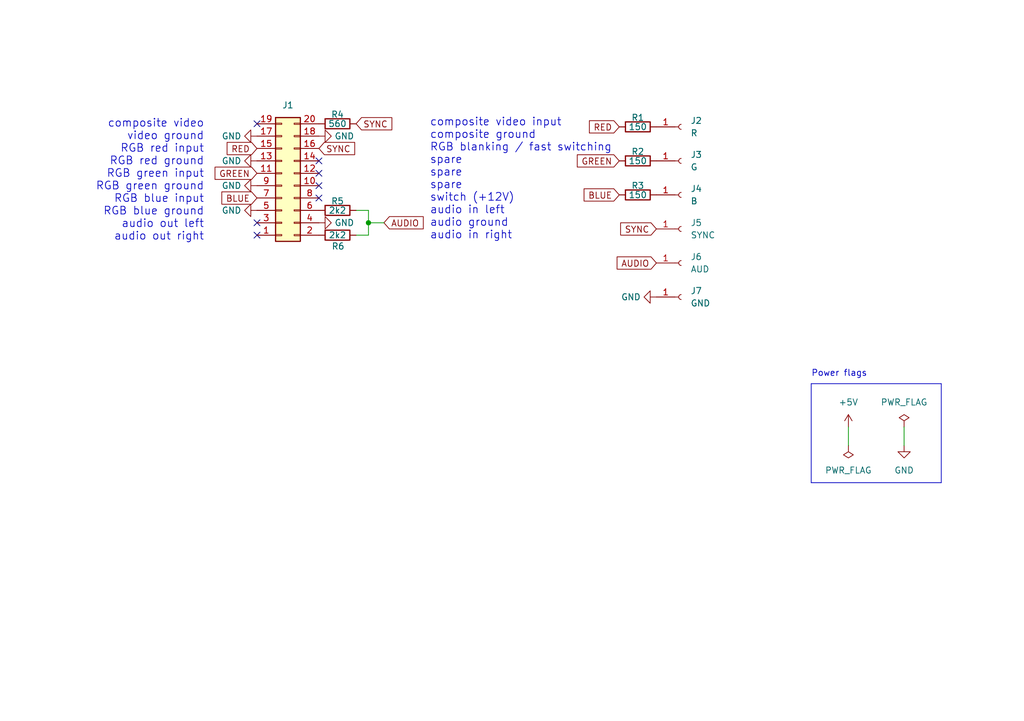
<source format=kicad_sch>
(kicad_sch
	(version 20250114)
	(generator "eeschema")
	(generator_version "9.0")
	(uuid "7e18369d-2912-4c95-9187-3289e1f320ce")
	(paper "A5")
	(title_block
		(title "P2000T Scart PCB")
		(date "2024-02-23")
		(rev "0")
	)
	(lib_symbols
		(symbol "Connector:Conn_01x01_Socket"
			(pin_names
				(offset 1.016)
				(hide yes)
			)
			(exclude_from_sim no)
			(in_bom yes)
			(on_board yes)
			(property "Reference" "J"
				(at 0 2.54 0)
				(effects
					(font
						(size 1.27 1.27)
					)
				)
			)
			(property "Value" "Conn_01x01_Socket"
				(at 0 -2.54 0)
				(effects
					(font
						(size 1.27 1.27)
					)
				)
			)
			(property "Footprint" ""
				(at 0 0 0)
				(effects
					(font
						(size 1.27 1.27)
					)
					(hide yes)
				)
			)
			(property "Datasheet" "~"
				(at 0 0 0)
				(effects
					(font
						(size 1.27 1.27)
					)
					(hide yes)
				)
			)
			(property "Description" "Generic connector, single row, 01x01, script generated"
				(at 0 0 0)
				(effects
					(font
						(size 1.27 1.27)
					)
					(hide yes)
				)
			)
			(property "ki_locked" ""
				(at 0 0 0)
				(effects
					(font
						(size 1.27 1.27)
					)
				)
			)
			(property "ki_keywords" "connector"
				(at 0 0 0)
				(effects
					(font
						(size 1.27 1.27)
					)
					(hide yes)
				)
			)
			(property "ki_fp_filters" "Connector*:*_1x??_*"
				(at 0 0 0)
				(effects
					(font
						(size 1.27 1.27)
					)
					(hide yes)
				)
			)
			(symbol "Conn_01x01_Socket_1_1"
				(polyline
					(pts
						(xy -1.27 0) (xy -0.508 0)
					)
					(stroke
						(width 0.1524)
						(type default)
					)
					(fill
						(type none)
					)
				)
				(arc
					(start 0 -0.508)
					(mid -0.5058 0)
					(end 0 0.508)
					(stroke
						(width 0.1524)
						(type default)
					)
					(fill
						(type none)
					)
				)
				(pin passive line
					(at -5.08 0 0)
					(length 3.81)
					(name "Pin_1"
						(effects
							(font
								(size 1.27 1.27)
							)
						)
					)
					(number "1"
						(effects
							(font
								(size 1.27 1.27)
							)
						)
					)
				)
			)
			(embedded_fonts no)
		)
		(symbol "Connector_Generic:Conn_02x10_Odd_Even"
			(pin_names
				(offset 1.016)
				(hide yes)
			)
			(exclude_from_sim no)
			(in_bom yes)
			(on_board yes)
			(property "Reference" "J"
				(at 1.27 12.7 0)
				(effects
					(font
						(size 1.27 1.27)
					)
				)
			)
			(property "Value" "Conn_02x10_Odd_Even"
				(at 1.27 -15.24 0)
				(effects
					(font
						(size 1.27 1.27)
					)
				)
			)
			(property "Footprint" ""
				(at 0 0 0)
				(effects
					(font
						(size 1.27 1.27)
					)
					(hide yes)
				)
			)
			(property "Datasheet" "~"
				(at 0 0 0)
				(effects
					(font
						(size 1.27 1.27)
					)
					(hide yes)
				)
			)
			(property "Description" "Generic connector, double row, 02x10, odd/even pin numbering scheme (row 1 odd numbers, row 2 even numbers), script generated (kicad-library-utils/schlib/autogen/connector/)"
				(at 0 0 0)
				(effects
					(font
						(size 1.27 1.27)
					)
					(hide yes)
				)
			)
			(property "ki_keywords" "connector"
				(at 0 0 0)
				(effects
					(font
						(size 1.27 1.27)
					)
					(hide yes)
				)
			)
			(property "ki_fp_filters" "Connector*:*_2x??_*"
				(at 0 0 0)
				(effects
					(font
						(size 1.27 1.27)
					)
					(hide yes)
				)
			)
			(symbol "Conn_02x10_Odd_Even_1_1"
				(rectangle
					(start -1.27 11.43)
					(end 3.81 -13.97)
					(stroke
						(width 0.254)
						(type default)
					)
					(fill
						(type background)
					)
				)
				(rectangle
					(start -1.27 10.287)
					(end 0 10.033)
					(stroke
						(width 0.1524)
						(type default)
					)
					(fill
						(type none)
					)
				)
				(rectangle
					(start -1.27 7.747)
					(end 0 7.493)
					(stroke
						(width 0.1524)
						(type default)
					)
					(fill
						(type none)
					)
				)
				(rectangle
					(start -1.27 5.207)
					(end 0 4.953)
					(stroke
						(width 0.1524)
						(type default)
					)
					(fill
						(type none)
					)
				)
				(rectangle
					(start -1.27 2.667)
					(end 0 2.413)
					(stroke
						(width 0.1524)
						(type default)
					)
					(fill
						(type none)
					)
				)
				(rectangle
					(start -1.27 0.127)
					(end 0 -0.127)
					(stroke
						(width 0.1524)
						(type default)
					)
					(fill
						(type none)
					)
				)
				(rectangle
					(start -1.27 -2.413)
					(end 0 -2.667)
					(stroke
						(width 0.1524)
						(type default)
					)
					(fill
						(type none)
					)
				)
				(rectangle
					(start -1.27 -4.953)
					(end 0 -5.207)
					(stroke
						(width 0.1524)
						(type default)
					)
					(fill
						(type none)
					)
				)
				(rectangle
					(start -1.27 -7.493)
					(end 0 -7.747)
					(stroke
						(width 0.1524)
						(type default)
					)
					(fill
						(type none)
					)
				)
				(rectangle
					(start -1.27 -10.033)
					(end 0 -10.287)
					(stroke
						(width 0.1524)
						(type default)
					)
					(fill
						(type none)
					)
				)
				(rectangle
					(start -1.27 -12.573)
					(end 0 -12.827)
					(stroke
						(width 0.1524)
						(type default)
					)
					(fill
						(type none)
					)
				)
				(rectangle
					(start 3.81 10.287)
					(end 2.54 10.033)
					(stroke
						(width 0.1524)
						(type default)
					)
					(fill
						(type none)
					)
				)
				(rectangle
					(start 3.81 7.747)
					(end 2.54 7.493)
					(stroke
						(width 0.1524)
						(type default)
					)
					(fill
						(type none)
					)
				)
				(rectangle
					(start 3.81 5.207)
					(end 2.54 4.953)
					(stroke
						(width 0.1524)
						(type default)
					)
					(fill
						(type none)
					)
				)
				(rectangle
					(start 3.81 2.667)
					(end 2.54 2.413)
					(stroke
						(width 0.1524)
						(type default)
					)
					(fill
						(type none)
					)
				)
				(rectangle
					(start 3.81 0.127)
					(end 2.54 -0.127)
					(stroke
						(width 0.1524)
						(type default)
					)
					(fill
						(type none)
					)
				)
				(rectangle
					(start 3.81 -2.413)
					(end 2.54 -2.667)
					(stroke
						(width 0.1524)
						(type default)
					)
					(fill
						(type none)
					)
				)
				(rectangle
					(start 3.81 -4.953)
					(end 2.54 -5.207)
					(stroke
						(width 0.1524)
						(type default)
					)
					(fill
						(type none)
					)
				)
				(rectangle
					(start 3.81 -7.493)
					(end 2.54 -7.747)
					(stroke
						(width 0.1524)
						(type default)
					)
					(fill
						(type none)
					)
				)
				(rectangle
					(start 3.81 -10.033)
					(end 2.54 -10.287)
					(stroke
						(width 0.1524)
						(type default)
					)
					(fill
						(type none)
					)
				)
				(rectangle
					(start 3.81 -12.573)
					(end 2.54 -12.827)
					(stroke
						(width 0.1524)
						(type default)
					)
					(fill
						(type none)
					)
				)
				(pin passive line
					(at -5.08 10.16 0)
					(length 3.81)
					(name "Pin_1"
						(effects
							(font
								(size 1.27 1.27)
							)
						)
					)
					(number "1"
						(effects
							(font
								(size 1.27 1.27)
							)
						)
					)
				)
				(pin passive line
					(at -5.08 7.62 0)
					(length 3.81)
					(name "Pin_3"
						(effects
							(font
								(size 1.27 1.27)
							)
						)
					)
					(number "3"
						(effects
							(font
								(size 1.27 1.27)
							)
						)
					)
				)
				(pin passive line
					(at -5.08 5.08 0)
					(length 3.81)
					(name "Pin_5"
						(effects
							(font
								(size 1.27 1.27)
							)
						)
					)
					(number "5"
						(effects
							(font
								(size 1.27 1.27)
							)
						)
					)
				)
				(pin passive line
					(at -5.08 2.54 0)
					(length 3.81)
					(name "Pin_7"
						(effects
							(font
								(size 1.27 1.27)
							)
						)
					)
					(number "7"
						(effects
							(font
								(size 1.27 1.27)
							)
						)
					)
				)
				(pin passive line
					(at -5.08 0 0)
					(length 3.81)
					(name "Pin_9"
						(effects
							(font
								(size 1.27 1.27)
							)
						)
					)
					(number "9"
						(effects
							(font
								(size 1.27 1.27)
							)
						)
					)
				)
				(pin passive line
					(at -5.08 -2.54 0)
					(length 3.81)
					(name "Pin_11"
						(effects
							(font
								(size 1.27 1.27)
							)
						)
					)
					(number "11"
						(effects
							(font
								(size 1.27 1.27)
							)
						)
					)
				)
				(pin passive line
					(at -5.08 -5.08 0)
					(length 3.81)
					(name "Pin_13"
						(effects
							(font
								(size 1.27 1.27)
							)
						)
					)
					(number "13"
						(effects
							(font
								(size 1.27 1.27)
							)
						)
					)
				)
				(pin passive line
					(at -5.08 -7.62 0)
					(length 3.81)
					(name "Pin_15"
						(effects
							(font
								(size 1.27 1.27)
							)
						)
					)
					(number "15"
						(effects
							(font
								(size 1.27 1.27)
							)
						)
					)
				)
				(pin passive line
					(at -5.08 -10.16 0)
					(length 3.81)
					(name "Pin_17"
						(effects
							(font
								(size 1.27 1.27)
							)
						)
					)
					(number "17"
						(effects
							(font
								(size 1.27 1.27)
							)
						)
					)
				)
				(pin passive line
					(at -5.08 -12.7 0)
					(length 3.81)
					(name "Pin_19"
						(effects
							(font
								(size 1.27 1.27)
							)
						)
					)
					(number "19"
						(effects
							(font
								(size 1.27 1.27)
							)
						)
					)
				)
				(pin passive line
					(at 7.62 10.16 180)
					(length 3.81)
					(name "Pin_2"
						(effects
							(font
								(size 1.27 1.27)
							)
						)
					)
					(number "2"
						(effects
							(font
								(size 1.27 1.27)
							)
						)
					)
				)
				(pin passive line
					(at 7.62 7.62 180)
					(length 3.81)
					(name "Pin_4"
						(effects
							(font
								(size 1.27 1.27)
							)
						)
					)
					(number "4"
						(effects
							(font
								(size 1.27 1.27)
							)
						)
					)
				)
				(pin passive line
					(at 7.62 5.08 180)
					(length 3.81)
					(name "Pin_6"
						(effects
							(font
								(size 1.27 1.27)
							)
						)
					)
					(number "6"
						(effects
							(font
								(size 1.27 1.27)
							)
						)
					)
				)
				(pin passive line
					(at 7.62 2.54 180)
					(length 3.81)
					(name "Pin_8"
						(effects
							(font
								(size 1.27 1.27)
							)
						)
					)
					(number "8"
						(effects
							(font
								(size 1.27 1.27)
							)
						)
					)
				)
				(pin passive line
					(at 7.62 0 180)
					(length 3.81)
					(name "Pin_10"
						(effects
							(font
								(size 1.27 1.27)
							)
						)
					)
					(number "10"
						(effects
							(font
								(size 1.27 1.27)
							)
						)
					)
				)
				(pin passive line
					(at 7.62 -2.54 180)
					(length 3.81)
					(name "Pin_12"
						(effects
							(font
								(size 1.27 1.27)
							)
						)
					)
					(number "12"
						(effects
							(font
								(size 1.27 1.27)
							)
						)
					)
				)
				(pin passive line
					(at 7.62 -5.08 180)
					(length 3.81)
					(name "Pin_14"
						(effects
							(font
								(size 1.27 1.27)
							)
						)
					)
					(number "14"
						(effects
							(font
								(size 1.27 1.27)
							)
						)
					)
				)
				(pin passive line
					(at 7.62 -7.62 180)
					(length 3.81)
					(name "Pin_16"
						(effects
							(font
								(size 1.27 1.27)
							)
						)
					)
					(number "16"
						(effects
							(font
								(size 1.27 1.27)
							)
						)
					)
				)
				(pin passive line
					(at 7.62 -10.16 180)
					(length 3.81)
					(name "Pin_18"
						(effects
							(font
								(size 1.27 1.27)
							)
						)
					)
					(number "18"
						(effects
							(font
								(size 1.27 1.27)
							)
						)
					)
				)
				(pin passive line
					(at 7.62 -12.7 180)
					(length 3.81)
					(name "Pin_20"
						(effects
							(font
								(size 1.27 1.27)
							)
						)
					)
					(number "20"
						(effects
							(font
								(size 1.27 1.27)
							)
						)
					)
				)
			)
			(embedded_fonts no)
		)
		(symbol "Device:R"
			(pin_numbers
				(hide yes)
			)
			(pin_names
				(offset 0)
			)
			(exclude_from_sim no)
			(in_bom yes)
			(on_board yes)
			(property "Reference" "R"
				(at 2.032 0 90)
				(effects
					(font
						(size 1.27 1.27)
					)
				)
			)
			(property "Value" "R"
				(at 0 0 90)
				(effects
					(font
						(size 1.27 1.27)
					)
				)
			)
			(property "Footprint" ""
				(at -1.778 0 90)
				(effects
					(font
						(size 1.27 1.27)
					)
					(hide yes)
				)
			)
			(property "Datasheet" "~"
				(at 0 0 0)
				(effects
					(font
						(size 1.27 1.27)
					)
					(hide yes)
				)
			)
			(property "Description" "Resistor"
				(at 0 0 0)
				(effects
					(font
						(size 1.27 1.27)
					)
					(hide yes)
				)
			)
			(property "ki_keywords" "R res resistor"
				(at 0 0 0)
				(effects
					(font
						(size 1.27 1.27)
					)
					(hide yes)
				)
			)
			(property "ki_fp_filters" "R_*"
				(at 0 0 0)
				(effects
					(font
						(size 1.27 1.27)
					)
					(hide yes)
				)
			)
			(symbol "R_0_1"
				(rectangle
					(start -1.016 -2.54)
					(end 1.016 2.54)
					(stroke
						(width 0.254)
						(type default)
					)
					(fill
						(type none)
					)
				)
			)
			(symbol "R_1_1"
				(pin passive line
					(at 0 3.81 270)
					(length 1.27)
					(name "~"
						(effects
							(font
								(size 1.27 1.27)
							)
						)
					)
					(number "1"
						(effects
							(font
								(size 1.27 1.27)
							)
						)
					)
				)
				(pin passive line
					(at 0 -3.81 90)
					(length 1.27)
					(name "~"
						(effects
							(font
								(size 1.27 1.27)
							)
						)
					)
					(number "2"
						(effects
							(font
								(size 1.27 1.27)
							)
						)
					)
				)
			)
			(embedded_fonts no)
		)
		(symbol "power:+5V"
			(power)
			(pin_names
				(offset 0)
			)
			(exclude_from_sim no)
			(in_bom yes)
			(on_board yes)
			(property "Reference" "#PWR"
				(at 0 -3.81 0)
				(effects
					(font
						(size 1.27 1.27)
					)
					(hide yes)
				)
			)
			(property "Value" "+5V"
				(at 0 3.556 0)
				(effects
					(font
						(size 1.27 1.27)
					)
				)
			)
			(property "Footprint" ""
				(at 0 0 0)
				(effects
					(font
						(size 1.27 1.27)
					)
					(hide yes)
				)
			)
			(property "Datasheet" ""
				(at 0 0 0)
				(effects
					(font
						(size 1.27 1.27)
					)
					(hide yes)
				)
			)
			(property "Description" "Power symbol creates a global label with name \"+5V\""
				(at 0 0 0)
				(effects
					(font
						(size 1.27 1.27)
					)
					(hide yes)
				)
			)
			(property "ki_keywords" "global power"
				(at 0 0 0)
				(effects
					(font
						(size 1.27 1.27)
					)
					(hide yes)
				)
			)
			(symbol "+5V_0_1"
				(polyline
					(pts
						(xy -0.762 1.27) (xy 0 2.54)
					)
					(stroke
						(width 0)
						(type default)
					)
					(fill
						(type none)
					)
				)
				(polyline
					(pts
						(xy 0 2.54) (xy 0.762 1.27)
					)
					(stroke
						(width 0)
						(type default)
					)
					(fill
						(type none)
					)
				)
				(polyline
					(pts
						(xy 0 0) (xy 0 2.54)
					)
					(stroke
						(width 0)
						(type default)
					)
					(fill
						(type none)
					)
				)
			)
			(symbol "+5V_1_1"
				(pin power_in line
					(at 0 0 90)
					(length 0)
					(hide yes)
					(name "+5V"
						(effects
							(font
								(size 1.27 1.27)
							)
						)
					)
					(number "1"
						(effects
							(font
								(size 1.27 1.27)
							)
						)
					)
				)
			)
			(embedded_fonts no)
		)
		(symbol "power:GND"
			(power)
			(pin_names
				(offset 0)
			)
			(exclude_from_sim no)
			(in_bom yes)
			(on_board yes)
			(property "Reference" "#PWR"
				(at 0 -6.35 0)
				(effects
					(font
						(size 1.27 1.27)
					)
					(hide yes)
				)
			)
			(property "Value" "GND"
				(at 0 -3.81 0)
				(effects
					(font
						(size 1.27 1.27)
					)
				)
			)
			(property "Footprint" ""
				(at 0 0 0)
				(effects
					(font
						(size 1.27 1.27)
					)
					(hide yes)
				)
			)
			(property "Datasheet" ""
				(at 0 0 0)
				(effects
					(font
						(size 1.27 1.27)
					)
					(hide yes)
				)
			)
			(property "Description" "Power symbol creates a global label with name \"GND\" , ground"
				(at 0 0 0)
				(effects
					(font
						(size 1.27 1.27)
					)
					(hide yes)
				)
			)
			(property "ki_keywords" "global power"
				(at 0 0 0)
				(effects
					(font
						(size 1.27 1.27)
					)
					(hide yes)
				)
			)
			(symbol "GND_0_1"
				(polyline
					(pts
						(xy 0 0) (xy 0 -1.27) (xy 1.27 -1.27) (xy 0 -2.54) (xy -1.27 -1.27) (xy 0 -1.27)
					)
					(stroke
						(width 0)
						(type default)
					)
					(fill
						(type none)
					)
				)
			)
			(symbol "GND_1_1"
				(pin power_in line
					(at 0 0 270)
					(length 0)
					(hide yes)
					(name "GND"
						(effects
							(font
								(size 1.27 1.27)
							)
						)
					)
					(number "1"
						(effects
							(font
								(size 1.27 1.27)
							)
						)
					)
				)
			)
			(embedded_fonts no)
		)
		(symbol "power:PWR_FLAG"
			(power)
			(pin_numbers
				(hide yes)
			)
			(pin_names
				(offset 0)
				(hide yes)
			)
			(exclude_from_sim no)
			(in_bom yes)
			(on_board yes)
			(property "Reference" "#FLG"
				(at 0 1.905 0)
				(effects
					(font
						(size 1.27 1.27)
					)
					(hide yes)
				)
			)
			(property "Value" "PWR_FLAG"
				(at 0 3.81 0)
				(effects
					(font
						(size 1.27 1.27)
					)
				)
			)
			(property "Footprint" ""
				(at 0 0 0)
				(effects
					(font
						(size 1.27 1.27)
					)
					(hide yes)
				)
			)
			(property "Datasheet" "~"
				(at 0 0 0)
				(effects
					(font
						(size 1.27 1.27)
					)
					(hide yes)
				)
			)
			(property "Description" "Special symbol for telling ERC where power comes from"
				(at 0 0 0)
				(effects
					(font
						(size 1.27 1.27)
					)
					(hide yes)
				)
			)
			(property "ki_keywords" "flag power"
				(at 0 0 0)
				(effects
					(font
						(size 1.27 1.27)
					)
					(hide yes)
				)
			)
			(symbol "PWR_FLAG_0_0"
				(pin power_out line
					(at 0 0 90)
					(length 0)
					(name "pwr"
						(effects
							(font
								(size 1.27 1.27)
							)
						)
					)
					(number "1"
						(effects
							(font
								(size 1.27 1.27)
							)
						)
					)
				)
			)
			(symbol "PWR_FLAG_0_1"
				(polyline
					(pts
						(xy 0 0) (xy 0 1.27) (xy -1.016 1.905) (xy 0 2.54) (xy 1.016 1.905) (xy 0 1.27)
					)
					(stroke
						(width 0)
						(type default)
					)
					(fill
						(type none)
					)
				)
			)
			(embedded_fonts no)
		)
	)
	(text "Power flags"
		(exclude_from_sim no)
		(at 166.37 77.47 0)
		(effects
			(font
				(size 1.27 1.27)
			)
			(justify left bottom)
		)
		(uuid "26626785-93da-490e-aefe-f3dca7139baa")
	)
	(text "composite video input\ncomposite ground\nRGB blanking / fast switching\nspare\nspare\nspare\nswitch (+12V)\naudio in left\naudio ground\naudio in right"
		(exclude_from_sim no)
		(at 88.138 49.276 0)
		(effects
			(font
				(size 1.6 1.6)
			)
			(justify left bottom)
		)
		(uuid "55c7bdc4-3710-442c-949b-8828a8c5275c")
	)
	(text "composite video\nvideo ground\nRGB red input\nRGB red ground\nRGB green input\nRGB green ground\nRGB blue input\nRGB blue ground\naudio out left\naudio out right"
		(exclude_from_sim no)
		(at 41.91 49.53 0)
		(effects
			(font
				(size 1.6 1.6)
			)
			(justify right bottom)
		)
		(uuid "eb53a274-5592-4112-842d-12a7618ad9f7")
	)
	(junction
		(at 75.565 45.72)
		(diameter 0)
		(color 0 0 0 0)
		(uuid "1ee3c530-0b72-4a28-9acb-ff8e6a56a5ca")
	)
	(no_connect
		(at 65.405 38.1)
		(uuid "0818a2d5-1ee7-4925-93dc-1f6cf29382ed")
	)
	(no_connect
		(at 65.405 35.56)
		(uuid "0818a2d5-1ee7-4925-93dc-1f6cf29382ee")
	)
	(no_connect
		(at 65.405 33.02)
		(uuid "0818a2d5-1ee7-4925-93dc-1f6cf29382ef")
	)
	(no_connect
		(at 52.705 48.26)
		(uuid "0818a2d5-1ee7-4925-93dc-1f6cf29382f0")
	)
	(no_connect
		(at 52.705 45.72)
		(uuid "0818a2d5-1ee7-4925-93dc-1f6cf29382f2")
	)
	(no_connect
		(at 52.705 25.4)
		(uuid "0818a2d5-1ee7-4925-93dc-1f6cf29382f6")
	)
	(no_connect
		(at 65.405 40.64)
		(uuid "48299286-7f20-47a8-9156-005f90db287f")
	)
	(polyline
		(pts
			(xy 166.37 99.06) (xy 193.04 99.06)
		)
		(stroke
			(width 0)
			(type default)
		)
		(uuid "0e5df0ac-db10-45f0-b921-fb472fb0bdde")
	)
	(wire
		(pts
			(xy 185.42 91.44) (xy 185.42 87.63)
		)
		(stroke
			(width 0)
			(type default)
		)
		(uuid "27f0f803-15cb-4b67-bacd-81db82863ee1")
	)
	(polyline
		(pts
			(xy 193.04 78.74) (xy 166.37 78.74)
		)
		(stroke
			(width 0)
			(type default)
		)
		(uuid "6a2e5626-8b41-4066-a718-f8e4e2041e9f")
	)
	(wire
		(pts
			(xy 75.565 45.72) (xy 75.565 48.26)
		)
		(stroke
			(width 0)
			(type default)
		)
		(uuid "6bf2b690-f65e-4422-9828-3e5b2d51ea35")
	)
	(wire
		(pts
			(xy 75.565 48.26) (xy 73.025 48.26)
		)
		(stroke
			(width 0)
			(type default)
		)
		(uuid "7ec6ecee-7b91-4f4d-a2cc-9fd8da07d7a7")
	)
	(polyline
		(pts
			(xy 166.37 78.74) (xy 166.37 99.06)
		)
		(stroke
			(width 0)
			(type default)
		)
		(uuid "948c26ba-538f-4ebf-acf5-02283943fd09")
	)
	(wire
		(pts
			(xy 75.565 43.18) (xy 73.025 43.18)
		)
		(stroke
			(width 0)
			(type default)
		)
		(uuid "bca0a6c5-8169-4f1a-b805-a3862c6aac30")
	)
	(wire
		(pts
			(xy 78.74 45.72) (xy 75.565 45.72)
		)
		(stroke
			(width 0)
			(type default)
		)
		(uuid "c4a8c889-12d5-4721-a101-c91d1a5b1e37")
	)
	(polyline
		(pts
			(xy 193.04 99.06) (xy 193.04 78.74)
		)
		(stroke
			(width 0)
			(type default)
		)
		(uuid "c6dcbe40-2f09-4f3f-a4bc-6f0cfc09c2c0")
	)
	(wire
		(pts
			(xy 173.99 87.63) (xy 173.99 91.44)
		)
		(stroke
			(width 0)
			(type default)
		)
		(uuid "e6bbdf04-6e00-4c1c-bbf3-a177a5a2b564")
	)
	(wire
		(pts
			(xy 75.565 45.72) (xy 75.565 43.18)
		)
		(stroke
			(width 0)
			(type default)
		)
		(uuid "fcd6d132-6944-4687-bb70-34846238a85e")
	)
	(global_label "AUDIO"
		(shape input)
		(at 78.74 45.72 0)
		(fields_autoplaced yes)
		(effects
			(font
				(size 1.27 1.27)
			)
			(justify left)
		)
		(uuid "00404224-df1b-4b0c-9353-3eaa685cd0c1")
		(property "Intersheetrefs" "${INTERSHEET_REFS}"
			(at 87.3496 45.72 0)
			(effects
				(font
					(size 1.27 1.27)
				)
				(justify left)
				(hide yes)
			)
		)
		(property "Riferimenti inter-foglio" "${INTERSHEET_REFS}"
			(at 78.74 47.9108 0)
			(effects
				(font
					(size 1.27 1.27)
				)
				(justify left)
				(hide yes)
			)
		)
	)
	(global_label "AUDIO"
		(shape input)
		(at 134.62 53.975 180)
		(fields_autoplaced yes)
		(effects
			(font
				(size 1.27 1.27)
			)
			(justify right)
		)
		(uuid "042cce38-dbdd-492f-8c3c-dc20d8389ab8")
		(property "Intersheetrefs" "${INTERSHEET_REFS}"
			(at 126.0104 53.975 0)
			(effects
				(font
					(size 1.27 1.27)
				)
				(justify right)
				(hide yes)
			)
		)
		(property "Riferimenti inter-foglio" "${INTERSHEET_REFS}"
			(at 134.62 56.1658 0)
			(effects
				(font
					(size 1.27 1.27)
				)
				(justify right)
				(hide yes)
			)
		)
	)
	(global_label "BLUE"
		(shape input)
		(at 52.705 40.64 180)
		(fields_autoplaced yes)
		(effects
			(font
				(size 1.27 1.27)
			)
			(justify right)
		)
		(uuid "1e7e9a9f-5aea-473c-ad43-6503f41bf7db")
		(property "Intersheetrefs" "${INTERSHEET_REFS}"
			(at 52.705 40.64 0)
			(effects
				(font
					(size 1.27 1.27)
				)
				(hide yes)
			)
		)
		(property "Riferimenti inter-foglio" "${INTERSHEET_REFS}"
			(at 45.5143 40.5606 0)
			(effects
				(font
					(size 1.27 1.27)
				)
				(justify right)
				(hide yes)
			)
		)
	)
	(global_label "BLUE"
		(shape input)
		(at 127 40.005 180)
		(fields_autoplaced yes)
		(effects
			(font
				(size 1.27 1.27)
			)
			(justify right)
		)
		(uuid "21d1f446-8be5-47c6-a4b8-24c47b0e223e")
		(property "Intersheetrefs" "${INTERSHEET_REFS}"
			(at 127 40.005 0)
			(effects
				(font
					(size 1.27 1.27)
				)
				(hide yes)
			)
		)
		(property "Riferimenti inter-foglio" "${INTERSHEET_REFS}"
			(at 119.8093 39.9256 0)
			(effects
				(font
					(size 1.27 1.27)
				)
				(justify right)
				(hide yes)
			)
		)
	)
	(global_label "SYNC"
		(shape input)
		(at 134.62 46.99 180)
		(fields_autoplaced yes)
		(effects
			(font
				(size 1.27 1.27)
			)
			(justify right)
		)
		(uuid "35680236-213a-41a0-819b-38af5608ab77")
		(property "Intersheetrefs" "${INTERSHEET_REFS}"
			(at 126.7362 46.99 0)
			(effects
				(font
					(size 1.27 1.27)
				)
				(justify right)
				(hide yes)
			)
		)
		(property "Riferimenti inter-foglio" "${INTERSHEET_REFS}"
			(at 134.62 49.1808 0)
			(effects
				(font
					(size 1.27 1.27)
				)
				(justify right)
				(hide yes)
			)
		)
	)
	(global_label "SYNC"
		(shape input)
		(at 65.405 30.48 0)
		(fields_autoplaced yes)
		(effects
			(font
				(size 1.27 1.27)
			)
			(justify left)
		)
		(uuid "45f7da0d-3419-4b40-b87f-bf99ee9dfd15")
		(property "Intersheetrefs" "${INTERSHEET_REFS}"
			(at 73.2888 30.48 0)
			(effects
				(font
					(size 1.27 1.27)
				)
				(justify left)
				(hide yes)
			)
		)
		(property "Riferimenti inter-foglio" "${INTERSHEET_REFS}"
			(at 65.405 32.6708 0)
			(effects
				(font
					(size 1.27 1.27)
				)
				(justify left)
				(hide yes)
			)
		)
	)
	(global_label "RED"
		(shape input)
		(at 127 26.035 180)
		(fields_autoplaced yes)
		(effects
			(font
				(size 1.27 1.27)
			)
			(justify right)
		)
		(uuid "4e851380-1bb4-4fb7-b852-aa921ae2f03b")
		(property "Intersheetrefs" "${INTERSHEET_REFS}"
			(at 127 26.035 0)
			(effects
				(font
					(size 1.27 1.27)
				)
				(hide yes)
			)
		)
		(property "Riferimenti inter-foglio" "${INTERSHEET_REFS}"
			(at 120.8979 25.9556 0)
			(effects
				(font
					(size 1.27 1.27)
				)
				(justify right)
				(hide yes)
			)
		)
	)
	(global_label "SYNC"
		(shape input)
		(at 73.025 25.4 0)
		(fields_autoplaced yes)
		(effects
			(font
				(size 1.27 1.27)
			)
			(justify left)
		)
		(uuid "52c18ce5-8352-4b08-9df0-2a49754382cc")
		(property "Intersheetrefs" "${INTERSHEET_REFS}"
			(at 80.9088 25.4 0)
			(effects
				(font
					(size 1.27 1.27)
				)
				(justify left)
				(hide yes)
			)
		)
		(property "Riferimenti inter-foglio" "${INTERSHEET_REFS}"
			(at 73.025 27.5908 0)
			(effects
				(font
					(size 1.27 1.27)
				)
				(justify left)
				(hide yes)
			)
		)
	)
	(global_label "RED"
		(shape input)
		(at 52.705 30.48 180)
		(fields_autoplaced yes)
		(effects
			(font
				(size 1.27 1.27)
			)
			(justify right)
		)
		(uuid "5da12319-bcd0-46d8-97c6-5c178f007b6b")
		(property "Intersheetrefs" "${INTERSHEET_REFS}"
			(at 52.705 30.48 0)
			(effects
				(font
					(size 1.27 1.27)
				)
				(hide yes)
			)
		)
		(property "Riferimenti inter-foglio" "${INTERSHEET_REFS}"
			(at 46.6029 30.4006 0)
			(effects
				(font
					(size 1.27 1.27)
				)
				(justify right)
				(hide yes)
			)
		)
	)
	(global_label "GREEN"
		(shape input)
		(at 52.705 35.56 180)
		(fields_autoplaced yes)
		(effects
			(font
				(size 1.27 1.27)
			)
			(justify right)
		)
		(uuid "d4ed1ae4-d45a-43e8-beea-a45adf6d44ac")
		(property "Intersheetrefs" "${INTERSHEET_REFS}"
			(at 52.705 35.56 0)
			(effects
				(font
					(size 1.27 1.27)
				)
				(hide yes)
			)
		)
		(property "Riferimenti inter-foglio" "${INTERSHEET_REFS}"
			(at 44.1233 35.4806 0)
			(effects
				(font
					(size 1.27 1.27)
				)
				(justify right)
				(hide yes)
			)
		)
	)
	(global_label "GREEN"
		(shape input)
		(at 127 33.02 180)
		(fields_autoplaced yes)
		(effects
			(font
				(size 1.27 1.27)
			)
			(justify right)
		)
		(uuid "f9f1f7e3-3f55-44f6-b60c-e7940c57b43f")
		(property "Intersheetrefs" "${INTERSHEET_REFS}"
			(at 127 33.02 0)
			(effects
				(font
					(size 1.27 1.27)
				)
				(hide yes)
			)
		)
		(property "Riferimenti inter-foglio" "${INTERSHEET_REFS}"
			(at 118.4183 32.9406 0)
			(effects
				(font
					(size 1.27 1.27)
				)
				(justify right)
				(hide yes)
			)
		)
	)
	(symbol
		(lib_id "power:+5V")
		(at 173.99 87.63 0)
		(unit 1)
		(exclude_from_sim no)
		(in_bom yes)
		(on_board yes)
		(dnp no)
		(fields_autoplaced yes)
		(uuid "1fa4df22-11ac-4fce-9127-548f659ca194")
		(property "Reference" "#PWR0120"
			(at 173.99 91.44 0)
			(effects
				(font
					(size 1.27 1.27)
				)
				(hide yes)
			)
		)
		(property "Value" "+5V"
			(at 173.99 82.55 0)
			(effects
				(font
					(size 1.27 1.27)
				)
			)
		)
		(property "Footprint" ""
			(at 173.99 87.63 0)
			(effects
				(font
					(size 1.27 1.27)
				)
				(hide yes)
			)
		)
		(property "Datasheet" ""
			(at 173.99 87.63 0)
			(effects
				(font
					(size 1.27 1.27)
				)
				(hide yes)
			)
		)
		(property "Description" ""
			(at 173.99 87.63 0)
			(effects
				(font
					(size 1.27 1.27)
				)
			)
		)
		(pin "1"
			(uuid "348f509c-7674-49f6-8f19-122ca6737b9e")
		)
		(instances
			(project "ScartPCB"
				(path "/7e18369d-2912-4c95-9187-3289e1f320ce"
					(reference "#PWR0120")
					(unit 1)
				)
			)
		)
	)
	(symbol
		(lib_id "Connector:Conn_01x01_Socket")
		(at 139.7 53.975 0)
		(unit 1)
		(exclude_from_sim no)
		(in_bom yes)
		(on_board yes)
		(dnp no)
		(fields_autoplaced yes)
		(uuid "211d1d40-4e81-4c15-86e7-26e11def0b48")
		(property "Reference" "J6"
			(at 141.605 52.705 0)
			(effects
				(font
					(size 1.27 1.27)
				)
				(justify left)
			)
		)
		(property "Value" "AUD"
			(at 141.605 55.245 0)
			(effects
				(font
					(size 1.27 1.27)
				)
				(justify left)
			)
		)
		(property "Footprint" "Connector_Wire:SolderWire-0.75sqmm_1x01_D1.25mm_OD3.5mm"
			(at 139.7 53.975 0)
			(effects
				(font
					(size 1.27 1.27)
				)
				(hide yes)
			)
		)
		(property "Datasheet" "~"
			(at 139.7 53.975 0)
			(effects
				(font
					(size 1.27 1.27)
				)
				(hide yes)
			)
		)
		(property "Description" ""
			(at 139.7 53.975 0)
			(effects
				(font
					(size 1.27 1.27)
				)
			)
		)
		(pin "1"
			(uuid "d35cf200-7307-4181-abb7-66f82e4f2bc3")
		)
		(instances
			(project "ScartPCB"
				(path "/7e18369d-2912-4c95-9187-3289e1f320ce"
					(reference "J6")
					(unit 1)
				)
			)
		)
	)
	(symbol
		(lib_id "Device:R")
		(at 69.215 48.26 90)
		(unit 1)
		(exclude_from_sim no)
		(in_bom yes)
		(on_board yes)
		(dnp no)
		(uuid "341e656a-3ba5-41d5-ac7a-b528a5b20bc2")
		(property "Reference" "R6"
			(at 69.342 50.546 90)
			(effects
				(font
					(size 1.27 1.27)
				)
			)
		)
		(property "Value" "2k2"
			(at 69.215 48.26 90)
			(effects
				(font
					(size 1.27 1.27)
				)
			)
		)
		(property "Footprint" "LED_SMD:LED_0805_2012Metric_Pad1.15x1.40mm_HandSolder"
			(at 69.215 50.038 90)
			(effects
				(font
					(size 1.27 1.27)
				)
				(hide yes)
			)
		)
		(property "Datasheet" "~"
			(at 69.215 48.26 0)
			(effects
				(font
					(size 1.27 1.27)
				)
				(hide yes)
			)
		)
		(property "Description" ""
			(at 69.215 48.26 0)
			(effects
				(font
					(size 1.27 1.27)
				)
			)
		)
		(pin "1"
			(uuid "25889a8e-d113-4992-acca-f18c7cb9b6bc")
		)
		(pin "2"
			(uuid "89693f38-aaaa-4cbc-995c-57de0cd744fe")
		)
		(instances
			(project "ScartPCB"
				(path "/7e18369d-2912-4c95-9187-3289e1f320ce"
					(reference "R6")
					(unit 1)
				)
			)
		)
	)
	(symbol
		(lib_id "Connector:Conn_01x01_Socket")
		(at 139.7 60.96 0)
		(unit 1)
		(exclude_from_sim no)
		(in_bom yes)
		(on_board yes)
		(dnp no)
		(fields_autoplaced yes)
		(uuid "3727c869-0fba-47ee-b578-a4d66f47c4a6")
		(property "Reference" "J7"
			(at 141.605 59.69 0)
			(effects
				(font
					(size 1.27 1.27)
				)
				(justify left)
			)
		)
		(property "Value" "GND"
			(at 141.605 62.23 0)
			(effects
				(font
					(size 1.27 1.27)
				)
				(justify left)
			)
		)
		(property "Footprint" "Connector_Wire:SolderWire-0.75sqmm_1x01_D1.25mm_OD3.5mm"
			(at 139.7 60.96 0)
			(effects
				(font
					(size 1.27 1.27)
				)
				(hide yes)
			)
		)
		(property "Datasheet" "~"
			(at 139.7 60.96 0)
			(effects
				(font
					(size 1.27 1.27)
				)
				(hide yes)
			)
		)
		(property "Description" ""
			(at 139.7 60.96 0)
			(effects
				(font
					(size 1.27 1.27)
				)
			)
		)
		(pin "1"
			(uuid "d9d8dccb-08fd-4079-8882-22377b806321")
		)
		(instances
			(project "ScartPCB"
				(path "/7e18369d-2912-4c95-9187-3289e1f320ce"
					(reference "J7")
					(unit 1)
				)
			)
		)
	)
	(symbol
		(lib_id "Connector:Conn_01x01_Socket")
		(at 139.7 26.035 0)
		(unit 1)
		(exclude_from_sim no)
		(in_bom yes)
		(on_board yes)
		(dnp no)
		(fields_autoplaced yes)
		(uuid "39bd2e83-b563-48d3-b507-d6eaf93b2bd5")
		(property "Reference" "J2"
			(at 141.605 24.765 0)
			(effects
				(font
					(size 1.27 1.27)
				)
				(justify left)
			)
		)
		(property "Value" "R"
			(at 141.605 27.305 0)
			(effects
				(font
					(size 1.27 1.27)
				)
				(justify left)
			)
		)
		(property "Footprint" "Connector_Wire:SolderWire-0.75sqmm_1x01_D1.25mm_OD3.5mm"
			(at 139.7 26.035 0)
			(effects
				(font
					(size 1.27 1.27)
				)
				(hide yes)
			)
		)
		(property "Datasheet" "~"
			(at 139.7 26.035 0)
			(effects
				(font
					(size 1.27 1.27)
				)
				(hide yes)
			)
		)
		(property "Description" ""
			(at 139.7 26.035 0)
			(effects
				(font
					(size 1.27 1.27)
				)
			)
		)
		(pin "1"
			(uuid "d8ab7c70-7ed9-45a7-82e3-54937e673d50")
		)
		(instances
			(project "ScartPCB"
				(path "/7e18369d-2912-4c95-9187-3289e1f320ce"
					(reference "J2")
					(unit 1)
				)
			)
		)
	)
	(symbol
		(lib_id "Connector_Generic:Conn_02x10_Odd_Even")
		(at 57.785 38.1 0)
		(mirror x)
		(unit 1)
		(exclude_from_sim no)
		(in_bom no)
		(on_board yes)
		(dnp no)
		(fields_autoplaced yes)
		(uuid "3cab2f5b-c71e-4114-9feb-add7e4a12787")
		(property "Reference" "J1"
			(at 59.055 21.59 0)
			(effects
				(font
					(size 1.27 1.27)
				)
			)
		)
		(property "Value" "Conn_02x10_Odd_Even"
			(at 59.055 21.59 0)
			(effects
				(font
					(size 1.27 1.27)
				)
				(hide yes)
			)
		)
		(property "Footprint" "Footprints:SCART"
			(at 57.785 38.1 0)
			(effects
				(font
					(size 1.27 1.27)
				)
				(hide yes)
			)
		)
		(property "Datasheet" "~"
			(at 57.785 38.1 0)
			(effects
				(font
					(size 1.27 1.27)
				)
				(hide yes)
			)
		)
		(property "Description" ""
			(at 57.785 38.1 0)
			(effects
				(font
					(size 1.27 1.27)
				)
			)
		)
		(pin "1"
			(uuid "10dd3f5e-81f0-479a-a395-df12d46be45a")
		)
		(pin "10"
			(uuid "b9be7d7a-d61e-47c3-b8bd-7e602a57e13c")
		)
		(pin "11"
			(uuid "181c6600-9757-457f-93c9-59e493d616a6")
		)
		(pin "12"
			(uuid "291433c0-e636-483b-98fc-3f7eaa3dd679")
		)
		(pin "13"
			(uuid "dae39d1e-db86-48da-af53-a82b85d82466")
		)
		(pin "14"
			(uuid "bb24e848-10f9-458d-a522-19ed85d878c4")
		)
		(pin "15"
			(uuid "81e51eea-c181-4044-a2f8-0ac93eebf9a0")
		)
		(pin "16"
			(uuid "f162d7ec-44f3-4b86-83ff-81e90a4e1a3f")
		)
		(pin "17"
			(uuid "68acec11-8c8e-4f6f-bc75-04e51ea4f75c")
		)
		(pin "18"
			(uuid "dc0e95f3-0b77-442e-aee5-914665e8bb9c")
		)
		(pin "19"
			(uuid "e6775d74-4ae7-4c2e-8dbc-7b3847d8059f")
		)
		(pin "2"
			(uuid "28f8493a-77ae-499e-90c7-9e1cba8f9987")
		)
		(pin "20"
			(uuid "89452a56-3726-4b24-b2ef-5c251e2b8cb9")
		)
		(pin "3"
			(uuid "64778b5c-0ac2-4a64-b2f3-69e79c788001")
		)
		(pin "4"
			(uuid "f7ba9346-04ea-4bba-a94a-0f1cf445d742")
		)
		(pin "5"
			(uuid "b884dc71-2a6c-46f2-963c-589a11478203")
		)
		(pin "6"
			(uuid "656bfb1e-0e28-4241-b3a6-f2dbefba5fd7")
		)
		(pin "7"
			(uuid "77bc113c-e0ad-4033-8687-95637ea3d70f")
		)
		(pin "8"
			(uuid "eb097f25-c1d5-4d25-a0f1-458013dfa68f")
		)
		(pin "9"
			(uuid "75dd72c8-ce71-4e40-8389-9ea46806cd28")
		)
		(instances
			(project "ScartPCB"
				(path "/7e18369d-2912-4c95-9187-3289e1f320ce"
					(reference "J1")
					(unit 1)
				)
			)
		)
	)
	(symbol
		(lib_id "Device:R")
		(at 130.81 33.02 90)
		(unit 1)
		(exclude_from_sim no)
		(in_bom yes)
		(on_board yes)
		(dnp no)
		(uuid "3e5499ee-c4c7-4b6a-9ba9-c9afd3a2e773")
		(property "Reference" "R2"
			(at 130.81 31.115 90)
			(effects
				(font
					(size 1.27 1.27)
				)
			)
		)
		(property "Value" "150"
			(at 130.81 33.02 90)
			(effects
				(font
					(size 1.27 1.27)
				)
			)
		)
		(property "Footprint" "LED_SMD:LED_0805_2012Metric_Pad1.15x1.40mm_HandSolder"
			(at 130.81 34.798 90)
			(effects
				(font
					(size 1.27 1.27)
				)
				(hide yes)
			)
		)
		(property "Datasheet" "~"
			(at 130.81 33.02 0)
			(effects
				(font
					(size 1.27 1.27)
				)
				(hide yes)
			)
		)
		(property "Description" ""
			(at 130.81 33.02 0)
			(effects
				(font
					(size 1.27 1.27)
				)
			)
		)
		(pin "1"
			(uuid "880fd00a-fc02-4f5b-a30d-edcabb6aa104")
		)
		(pin "2"
			(uuid "28f6b7c7-546b-4131-aa36-f01083cf19ae")
		)
		(instances
			(project "ScartPCB"
				(path "/7e18369d-2912-4c95-9187-3289e1f320ce"
					(reference "R2")
					(unit 1)
				)
			)
		)
	)
	(symbol
		(lib_id "Device:R")
		(at 130.81 26.035 90)
		(unit 1)
		(exclude_from_sim no)
		(in_bom yes)
		(on_board yes)
		(dnp no)
		(uuid "44670667-c427-47a9-a65c-0afd6068f5ff")
		(property "Reference" "R1"
			(at 130.81 24.13 90)
			(effects
				(font
					(size 1.27 1.27)
				)
			)
		)
		(property "Value" "150"
			(at 130.81 26.035 90)
			(effects
				(font
					(size 1.27 1.27)
				)
			)
		)
		(property "Footprint" "LED_SMD:LED_0805_2012Metric_Pad1.15x1.40mm_HandSolder"
			(at 130.81 27.813 90)
			(effects
				(font
					(size 1.27 1.27)
				)
				(hide yes)
			)
		)
		(property "Datasheet" "~"
			(at 130.81 26.035 0)
			(effects
				(font
					(size 1.27 1.27)
				)
				(hide yes)
			)
		)
		(property "Description" ""
			(at 130.81 26.035 0)
			(effects
				(font
					(size 1.27 1.27)
				)
			)
		)
		(pin "1"
			(uuid "5fa42bd8-dd2a-4110-8457-06152cf96bca")
		)
		(pin "2"
			(uuid "74b10ede-1dc9-4a34-aa59-a54badb7fed8")
		)
		(instances
			(project "ScartPCB"
				(path "/7e18369d-2912-4c95-9187-3289e1f320ce"
					(reference "R1")
					(unit 1)
				)
			)
		)
	)
	(symbol
		(lib_id "power:PWR_FLAG")
		(at 173.99 91.44 180)
		(unit 1)
		(exclude_from_sim no)
		(in_bom yes)
		(on_board yes)
		(dnp no)
		(fields_autoplaced yes)
		(uuid "5437b4fa-5335-41fa-a1e5-24c977bf4ca3")
		(property "Reference" "#FLG0101"
			(at 173.99 93.345 0)
			(effects
				(font
					(size 1.27 1.27)
				)
				(hide yes)
			)
		)
		(property "Value" "PWR_FLAG"
			(at 173.99 96.52 0)
			(effects
				(font
					(size 1.27 1.27)
				)
			)
		)
		(property "Footprint" ""
			(at 173.99 91.44 0)
			(effects
				(font
					(size 1.27 1.27)
				)
				(hide yes)
			)
		)
		(property "Datasheet" "~"
			(at 173.99 91.44 0)
			(effects
				(font
					(size 1.27 1.27)
				)
				(hide yes)
			)
		)
		(property "Description" ""
			(at 173.99 91.44 0)
			(effects
				(font
					(size 1.27 1.27)
				)
			)
		)
		(pin "1"
			(uuid "c98e977b-40ce-499b-94f6-d71dbfe19d36")
		)
		(instances
			(project "ScartPCB"
				(path "/7e18369d-2912-4c95-9187-3289e1f320ce"
					(reference "#FLG0101")
					(unit 1)
				)
			)
		)
	)
	(symbol
		(lib_id "power:GND")
		(at 52.705 43.18 270)
		(unit 1)
		(exclude_from_sim no)
		(in_bom yes)
		(on_board yes)
		(dnp no)
		(fields_autoplaced yes)
		(uuid "60e73514-11d1-4731-bc23-2784a5fa262f")
		(property "Reference" "#PWR05"
			(at 46.355 43.18 0)
			(effects
				(font
					(size 1.27 1.27)
				)
				(hide yes)
			)
		)
		(property "Value" "GND"
			(at 49.53 43.18 90)
			(effects
				(font
					(size 1.27 1.27)
				)
				(justify right)
			)
		)
		(property "Footprint" ""
			(at 52.705 43.18 0)
			(effects
				(font
					(size 1.27 1.27)
				)
				(hide yes)
			)
		)
		(property "Datasheet" ""
			(at 52.705 43.18 0)
			(effects
				(font
					(size 1.27 1.27)
				)
				(hide yes)
			)
		)
		(property "Description" ""
			(at 52.705 43.18 0)
			(effects
				(font
					(size 1.27 1.27)
				)
			)
		)
		(pin "1"
			(uuid "bc701f0c-4e7b-4612-8e74-aab56ec61ffa")
		)
		(instances
			(project "ScartPCB"
				(path "/7e18369d-2912-4c95-9187-3289e1f320ce"
					(reference "#PWR05")
					(unit 1)
				)
			)
		)
	)
	(symbol
		(lib_id "Device:R")
		(at 69.215 25.4 90)
		(unit 1)
		(exclude_from_sim no)
		(in_bom yes)
		(on_board yes)
		(dnp no)
		(uuid "71b4f193-51d4-4a46-84e3-493aaddd90d9")
		(property "Reference" "R4"
			(at 69.215 23.495 90)
			(effects
				(font
					(size 1.27 1.27)
				)
			)
		)
		(property "Value" "560"
			(at 69.215 25.4 90)
			(effects
				(font
					(size 1.27 1.27)
				)
			)
		)
		(property "Footprint" "LED_SMD:LED_0805_2012Metric_Pad1.15x1.40mm_HandSolder"
			(at 69.215 27.178 90)
			(effects
				(font
					(size 1.27 1.27)
				)
				(hide yes)
			)
		)
		(property "Datasheet" "~"
			(at 69.215 25.4 0)
			(effects
				(font
					(size 1.27 1.27)
				)
				(hide yes)
			)
		)
		(property "Description" ""
			(at 69.215 25.4 0)
			(effects
				(font
					(size 1.27 1.27)
				)
			)
		)
		(pin "1"
			(uuid "b1cb058c-3102-4feb-b5dd-9925808144ce")
		)
		(pin "2"
			(uuid "393985a3-0f5d-4ebc-8c24-1efa23c5b933")
		)
		(instances
			(project "ScartPCB"
				(path "/7e18369d-2912-4c95-9187-3289e1f320ce"
					(reference "R4")
					(unit 1)
				)
			)
		)
	)
	(symbol
		(lib_id "Connector:Conn_01x01_Socket")
		(at 139.7 40.005 0)
		(unit 1)
		(exclude_from_sim no)
		(in_bom yes)
		(on_board yes)
		(dnp no)
		(fields_autoplaced yes)
		(uuid "784a5c0c-ac16-4809-ad78-7b1d9ed5f9a0")
		(property "Reference" "J4"
			(at 141.605 38.735 0)
			(effects
				(font
					(size 1.27 1.27)
				)
				(justify left)
			)
		)
		(property "Value" "B"
			(at 141.605 41.275 0)
			(effects
				(font
					(size 1.27 1.27)
				)
				(justify left)
			)
		)
		(property "Footprint" "Connector_Wire:SolderWire-0.75sqmm_1x01_D1.25mm_OD3.5mm"
			(at 139.7 40.005 0)
			(effects
				(font
					(size 1.27 1.27)
				)
				(hide yes)
			)
		)
		(property "Datasheet" "~"
			(at 139.7 40.005 0)
			(effects
				(font
					(size 1.27 1.27)
				)
				(hide yes)
			)
		)
		(property "Description" ""
			(at 139.7 40.005 0)
			(effects
				(font
					(size 1.27 1.27)
				)
			)
		)
		(pin "1"
			(uuid "ad7afaf8-bc17-42a2-8fa7-aa9b5de34a35")
		)
		(instances
			(project "ScartPCB"
				(path "/7e18369d-2912-4c95-9187-3289e1f320ce"
					(reference "J4")
					(unit 1)
				)
			)
		)
	)
	(symbol
		(lib_id "power:GND")
		(at 134.62 60.96 270)
		(unit 1)
		(exclude_from_sim no)
		(in_bom yes)
		(on_board yes)
		(dnp no)
		(fields_autoplaced yes)
		(uuid "9cface3a-5012-481f-b5a8-72341970503a")
		(property "Reference" "#PWR02"
			(at 128.27 60.96 0)
			(effects
				(font
					(size 1.27 1.27)
				)
				(hide yes)
			)
		)
		(property "Value" "GND"
			(at 131.445 60.96 90)
			(effects
				(font
					(size 1.27 1.27)
				)
				(justify right)
			)
		)
		(property "Footprint" ""
			(at 134.62 60.96 0)
			(effects
				(font
					(size 1.27 1.27)
				)
				(hide yes)
			)
		)
		(property "Datasheet" ""
			(at 134.62 60.96 0)
			(effects
				(font
					(size 1.27 1.27)
				)
				(hide yes)
			)
		)
		(property "Description" ""
			(at 134.62 60.96 0)
			(effects
				(font
					(size 1.27 1.27)
				)
			)
		)
		(pin "1"
			(uuid "b46895b3-d19a-4342-bb04-11d9523b85cf")
		)
		(instances
			(project "ScartPCB"
				(path "/7e18369d-2912-4c95-9187-3289e1f320ce"
					(reference "#PWR02")
					(unit 1)
				)
			)
		)
	)
	(symbol
		(lib_id "power:GND")
		(at 185.42 91.44 0)
		(unit 1)
		(exclude_from_sim no)
		(in_bom yes)
		(on_board yes)
		(dnp no)
		(fields_autoplaced yes)
		(uuid "b298e8f4-21a6-4515-bc45-c51feaf2ac65")
		(property "Reference" "#PWR0123"
			(at 185.42 97.79 0)
			(effects
				(font
					(size 1.27 1.27)
				)
				(hide yes)
			)
		)
		(property "Value" "GND"
			(at 185.42 96.52 0)
			(effects
				(font
					(size 1.27 1.27)
				)
			)
		)
		(property "Footprint" ""
			(at 185.42 91.44 0)
			(effects
				(font
					(size 1.27 1.27)
				)
				(hide yes)
			)
		)
		(property "Datasheet" ""
			(at 185.42 91.44 0)
			(effects
				(font
					(size 1.27 1.27)
				)
				(hide yes)
			)
		)
		(property "Description" ""
			(at 185.42 91.44 0)
			(effects
				(font
					(size 1.27 1.27)
				)
			)
		)
		(pin "1"
			(uuid "c651b9db-1796-49ea-a631-cdff2e790277")
		)
		(instances
			(project "ScartPCB"
				(path "/7e18369d-2912-4c95-9187-3289e1f320ce"
					(reference "#PWR0123")
					(unit 1)
				)
			)
		)
	)
	(symbol
		(lib_id "power:PWR_FLAG")
		(at 185.42 87.63 0)
		(unit 1)
		(exclude_from_sim no)
		(in_bom yes)
		(on_board yes)
		(dnp no)
		(fields_autoplaced yes)
		(uuid "b89f097c-cdc5-46a3-8b86-2d41fd6f54ca")
		(property "Reference" "#FLG0102"
			(at 185.42 85.725 0)
			(effects
				(font
					(size 1.27 1.27)
				)
				(hide yes)
			)
		)
		(property "Value" "PWR_FLAG"
			(at 185.42 82.55 0)
			(effects
				(font
					(size 1.27 1.27)
				)
			)
		)
		(property "Footprint" ""
			(at 185.42 87.63 0)
			(effects
				(font
					(size 1.27 1.27)
				)
				(hide yes)
			)
		)
		(property "Datasheet" "~"
			(at 185.42 87.63 0)
			(effects
				(font
					(size 1.27 1.27)
				)
				(hide yes)
			)
		)
		(property "Description" ""
			(at 185.42 87.63 0)
			(effects
				(font
					(size 1.27 1.27)
				)
			)
		)
		(pin "1"
			(uuid "cd56be63-36ac-4bf1-809e-b5f62ef25044")
		)
		(instances
			(project "ScartPCB"
				(path "/7e18369d-2912-4c95-9187-3289e1f320ce"
					(reference "#FLG0102")
					(unit 1)
				)
			)
		)
	)
	(symbol
		(lib_id "Connector:Conn_01x01_Socket")
		(at 139.7 46.99 0)
		(unit 1)
		(exclude_from_sim no)
		(in_bom yes)
		(on_board yes)
		(dnp no)
		(fields_autoplaced yes)
		(uuid "bba4884c-c477-420e-8061-eeae3296244a")
		(property "Reference" "J5"
			(at 141.605 45.72 0)
			(effects
				(font
					(size 1.27 1.27)
				)
				(justify left)
			)
		)
		(property "Value" "SYNC"
			(at 141.605 48.26 0)
			(effects
				(font
					(size 1.27 1.27)
				)
				(justify left)
			)
		)
		(property "Footprint" "Connector_Wire:SolderWire-0.75sqmm_1x01_D1.25mm_OD3.5mm"
			(at 139.7 46.99 0)
			(effects
				(font
					(size 1.27 1.27)
				)
				(hide yes)
			)
		)
		(property "Datasheet" "~"
			(at 139.7 46.99 0)
			(effects
				(font
					(size 1.27 1.27)
				)
				(hide yes)
			)
		)
		(property "Description" ""
			(at 139.7 46.99 0)
			(effects
				(font
					(size 1.27 1.27)
				)
			)
		)
		(pin "1"
			(uuid "a4a2d193-e8fa-4a4c-a039-fc5b9458d7b6")
		)
		(instances
			(project "ScartPCB"
				(path "/7e18369d-2912-4c95-9187-3289e1f320ce"
					(reference "J5")
					(unit 1)
				)
			)
		)
	)
	(symbol
		(lib_id "Connector:Conn_01x01_Socket")
		(at 139.7 33.02 0)
		(unit 1)
		(exclude_from_sim no)
		(in_bom yes)
		(on_board yes)
		(dnp no)
		(fields_autoplaced yes)
		(uuid "c3de33e1-5467-46d9-9419-4b9d277717dd")
		(property "Reference" "J3"
			(at 141.605 31.75 0)
			(effects
				(font
					(size 1.27 1.27)
				)
				(justify left)
			)
		)
		(property "Value" "G"
			(at 141.605 34.29 0)
			(effects
				(font
					(size 1.27 1.27)
				)
				(justify left)
			)
		)
		(property "Footprint" "Connector_Wire:SolderWire-0.75sqmm_1x01_D1.25mm_OD3.5mm"
			(at 139.7 33.02 0)
			(effects
				(font
					(size 1.27 1.27)
				)
				(hide yes)
			)
		)
		(property "Datasheet" "~"
			(at 139.7 33.02 0)
			(effects
				(font
					(size 1.27 1.27)
				)
				(hide yes)
			)
		)
		(property "Description" ""
			(at 139.7 33.02 0)
			(effects
				(font
					(size 1.27 1.27)
				)
			)
		)
		(pin "1"
			(uuid "c8266b8a-5b04-47b2-a0fc-78253fa55728")
		)
		(instances
			(project "ScartPCB"
				(path "/7e18369d-2912-4c95-9187-3289e1f320ce"
					(reference "J3")
					(unit 1)
				)
			)
		)
	)
	(symbol
		(lib_id "power:GND")
		(at 52.705 33.02 270)
		(unit 1)
		(exclude_from_sim no)
		(in_bom yes)
		(on_board yes)
		(dnp no)
		(fields_autoplaced yes)
		(uuid "c412d0d8-61b5-4e0d-88db-3f892ad883f8")
		(property "Reference" "#PWR03"
			(at 46.355 33.02 0)
			(effects
				(font
					(size 1.27 1.27)
				)
				(hide yes)
			)
		)
		(property "Value" "GND"
			(at 49.53 33.02 90)
			(effects
				(font
					(size 1.27 1.27)
				)
				(justify right)
			)
		)
		(property "Footprint" ""
			(at 52.705 33.02 0)
			(effects
				(font
					(size 1.27 1.27)
				)
				(hide yes)
			)
		)
		(property "Datasheet" ""
			(at 52.705 33.02 0)
			(effects
				(font
					(size 1.27 1.27)
				)
				(hide yes)
			)
		)
		(property "Description" ""
			(at 52.705 33.02 0)
			(effects
				(font
					(size 1.27 1.27)
				)
			)
		)
		(pin "1"
			(uuid "0a33e4c9-1f6a-46b8-a464-6584a287b56f")
		)
		(instances
			(project "ScartPCB"
				(path "/7e18369d-2912-4c95-9187-3289e1f320ce"
					(reference "#PWR03")
					(unit 1)
				)
			)
		)
	)
	(symbol
		(lib_id "Device:R")
		(at 69.215 43.18 90)
		(unit 1)
		(exclude_from_sim no)
		(in_bom yes)
		(on_board yes)
		(dnp no)
		(uuid "cb9f52e7-1022-40ad-a725-1b9b36ad5aa7")
		(property "Reference" "R5"
			(at 69.215 41.275 90)
			(effects
				(font
					(size 1.27 1.27)
				)
			)
		)
		(property "Value" "2k2"
			(at 69.215 43.18 90)
			(effects
				(font
					(size 1.27 1.27)
				)
			)
		)
		(property "Footprint" "LED_SMD:LED_0805_2012Metric_Pad1.15x1.40mm_HandSolder"
			(at 69.215 44.958 90)
			(effects
				(font
					(size 1.27 1.27)
				)
				(hide yes)
			)
		)
		(property "Datasheet" "~"
			(at 69.215 43.18 0)
			(effects
				(font
					(size 1.27 1.27)
				)
				(hide yes)
			)
		)
		(property "Description" ""
			(at 69.215 43.18 0)
			(effects
				(font
					(size 1.27 1.27)
				)
			)
		)
		(pin "1"
			(uuid "5a823418-430d-4f71-89f2-630a841fe44f")
		)
		(pin "2"
			(uuid "e1fb1286-1fe1-4dd3-bee5-5c2ecd0133ff")
		)
		(instances
			(project "ScartPCB"
				(path "/7e18369d-2912-4c95-9187-3289e1f320ce"
					(reference "R5")
					(unit 1)
				)
			)
		)
	)
	(symbol
		(lib_id "power:GND")
		(at 65.405 45.72 90)
		(unit 1)
		(exclude_from_sim no)
		(in_bom yes)
		(on_board yes)
		(dnp no)
		(fields_autoplaced yes)
		(uuid "dbfb114b-7677-4248-8ad3-4d420710177b")
		(property "Reference" "#PWR07"
			(at 71.755 45.72 0)
			(effects
				(font
					(size 1.27 1.27)
				)
				(hide yes)
			)
		)
		(property "Value" "GND"
			(at 68.58 45.72 90)
			(effects
				(font
					(size 1.27 1.27)
				)
				(justify right)
			)
		)
		(property "Footprint" ""
			(at 65.405 45.72 0)
			(effects
				(font
					(size 1.27 1.27)
				)
				(hide yes)
			)
		)
		(property "Datasheet" ""
			(at 65.405 45.72 0)
			(effects
				(font
					(size 1.27 1.27)
				)
				(hide yes)
			)
		)
		(property "Description" ""
			(at 65.405 45.72 0)
			(effects
				(font
					(size 1.27 1.27)
				)
			)
		)
		(pin "1"
			(uuid "4f022134-561f-419b-a985-29b7e0d30483")
		)
		(instances
			(project "ScartPCB"
				(path "/7e18369d-2912-4c95-9187-3289e1f320ce"
					(reference "#PWR07")
					(unit 1)
				)
			)
		)
	)
	(symbol
		(lib_id "power:GND")
		(at 65.405 27.94 90)
		(unit 1)
		(exclude_from_sim no)
		(in_bom yes)
		(on_board yes)
		(dnp no)
		(fields_autoplaced yes)
		(uuid "e5ad34c8-444b-4cda-9d38-b0a1d78a3927")
		(property "Reference" "#PWR06"
			(at 71.755 27.94 0)
			(effects
				(font
					(size 1.27 1.27)
				)
				(hide yes)
			)
		)
		(property "Value" "GND"
			(at 68.58 27.94 90)
			(effects
				(font
					(size 1.27 1.27)
				)
				(justify right)
			)
		)
		(property "Footprint" ""
			(at 65.405 27.94 0)
			(effects
				(font
					(size 1.27 1.27)
				)
				(hide yes)
			)
		)
		(property "Datasheet" ""
			(at 65.405 27.94 0)
			(effects
				(font
					(size 1.27 1.27)
				)
				(hide yes)
			)
		)
		(property "Description" ""
			(at 65.405 27.94 0)
			(effects
				(font
					(size 1.27 1.27)
				)
			)
		)
		(pin "1"
			(uuid "a23b5b03-5a38-4053-b631-9595dc6a3763")
		)
		(instances
			(project "ScartPCB"
				(path "/7e18369d-2912-4c95-9187-3289e1f320ce"
					(reference "#PWR06")
					(unit 1)
				)
			)
		)
	)
	(symbol
		(lib_id "power:GND")
		(at 52.705 27.94 270)
		(unit 1)
		(exclude_from_sim no)
		(in_bom yes)
		(on_board yes)
		(dnp no)
		(fields_autoplaced yes)
		(uuid "e5b19231-ca62-400e-aea2-a4b24f705278")
		(property "Reference" "#PWR01"
			(at 46.355 27.94 0)
			(effects
				(font
					(size 1.27 1.27)
				)
				(hide yes)
			)
		)
		(property "Value" "GND"
			(at 49.53 27.94 90)
			(effects
				(font
					(size 1.27 1.27)
				)
				(justify right)
			)
		)
		(property "Footprint" ""
			(at 52.705 27.94 0)
			(effects
				(font
					(size 1.27 1.27)
				)
				(hide yes)
			)
		)
		(property "Datasheet" ""
			(at 52.705 27.94 0)
			(effects
				(font
					(size 1.27 1.27)
				)
				(hide yes)
			)
		)
		(property "Description" ""
			(at 52.705 27.94 0)
			(effects
				(font
					(size 1.27 1.27)
				)
			)
		)
		(pin "1"
			(uuid "c4ac609f-7e7e-4c23-b9f1-aaed7ab14e28")
		)
		(instances
			(project "ScartPCB"
				(path "/7e18369d-2912-4c95-9187-3289e1f320ce"
					(reference "#PWR01")
					(unit 1)
				)
			)
		)
	)
	(symbol
		(lib_id "Device:R")
		(at 130.81 40.005 90)
		(unit 1)
		(exclude_from_sim no)
		(in_bom yes)
		(on_board yes)
		(dnp no)
		(uuid "e7786598-9548-4563-ae14-89c80ac086b6")
		(property "Reference" "R3"
			(at 130.81 38.1 90)
			(effects
				(font
					(size 1.27 1.27)
				)
			)
		)
		(property "Value" "150"
			(at 130.81 40.005 90)
			(effects
				(font
					(size 1.27 1.27)
				)
			)
		)
		(property "Footprint" "LED_SMD:LED_0805_2012Metric_Pad1.15x1.40mm_HandSolder"
			(at 130.81 41.783 90)
			(effects
				(font
					(size 1.27 1.27)
				)
				(hide yes)
			)
		)
		(property "Datasheet" "~"
			(at 130.81 40.005 0)
			(effects
				(font
					(size 1.27 1.27)
				)
				(hide yes)
			)
		)
		(property "Description" ""
			(at 130.81 40.005 0)
			(effects
				(font
					(size 1.27 1.27)
				)
			)
		)
		(pin "1"
			(uuid "8d1ed2fe-9456-414c-b7da-15cd01aea7ad")
		)
		(pin "2"
			(uuid "d66778fa-c470-4224-9ec8-3b87ea3d20ee")
		)
		(instances
			(project "ScartPCB"
				(path "/7e18369d-2912-4c95-9187-3289e1f320ce"
					(reference "R3")
					(unit 1)
				)
			)
		)
	)
	(symbol
		(lib_id "power:GND")
		(at 52.705 38.1 270)
		(unit 1)
		(exclude_from_sim no)
		(in_bom yes)
		(on_board yes)
		(dnp no)
		(fields_autoplaced yes)
		(uuid "ed3a8744-f40d-4819-b23c-63934f0dff59")
		(property "Reference" "#PWR04"
			(at 46.355 38.1 0)
			(effects
				(font
					(size 1.27 1.27)
				)
				(hide yes)
			)
		)
		(property "Value" "GND"
			(at 49.53 38.1 90)
			(effects
				(font
					(size 1.27 1.27)
				)
				(justify right)
			)
		)
		(property "Footprint" ""
			(at 52.705 38.1 0)
			(effects
				(font
					(size 1.27 1.27)
				)
				(hide yes)
			)
		)
		(property "Datasheet" ""
			(at 52.705 38.1 0)
			(effects
				(font
					(size 1.27 1.27)
				)
				(hide yes)
			)
		)
		(property "Description" ""
			(at 52.705 38.1 0)
			(effects
				(font
					(size 1.27 1.27)
				)
			)
		)
		(pin "1"
			(uuid "44c0fb82-b681-4702-80ae-45c2842d102c")
		)
		(instances
			(project "ScartPCB"
				(path "/7e18369d-2912-4c95-9187-3289e1f320ce"
					(reference "#PWR04")
					(unit 1)
				)
			)
		)
	)
	(sheet_instances
		(path "/"
			(page "1")
		)
	)
	(embedded_fonts no)
)

</source>
